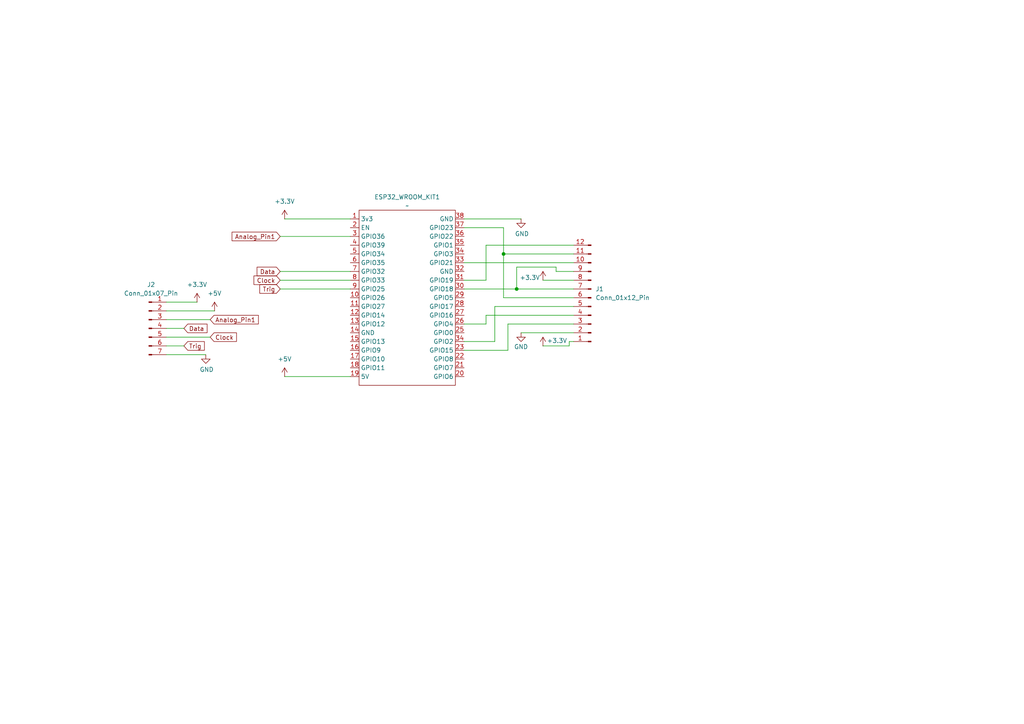
<source format=kicad_sch>
(kicad_sch
	(version 20231120)
	(generator "eeschema")
	(generator_version "8.0")
	(uuid "eff6fa20-5234-4050-97e2-50c0f1200604")
	(paper "A4")
	(lib_symbols
		(symbol "Connector:Conn_01x07_Pin"
			(pin_names
				(offset 1.016) hide)
			(exclude_from_sim no)
			(in_bom yes)
			(on_board yes)
			(property "Reference" "J"
				(at 0 10.16 0)
				(effects
					(font
						(size 1.27 1.27)
					)
				)
			)
			(property "Value" "Conn_01x07_Pin"
				(at 0 -10.16 0)
				(effects
					(font
						(size 1.27 1.27)
					)
				)
			)
			(property "Footprint" ""
				(at 0 0 0)
				(effects
					(font
						(size 1.27 1.27)
					)
					(hide yes)
				)
			)
			(property "Datasheet" "~"
				(at 0 0 0)
				(effects
					(font
						(size 1.27 1.27)
					)
					(hide yes)
				)
			)
			(property "Description" "Generic connector, single row, 01x07, script generated"
				(at 0 0 0)
				(effects
					(font
						(size 1.27 1.27)
					)
					(hide yes)
				)
			)
			(property "ki_locked" ""
				(at 0 0 0)
				(effects
					(font
						(size 1.27 1.27)
					)
				)
			)
			(property "ki_keywords" "connector"
				(at 0 0 0)
				(effects
					(font
						(size 1.27 1.27)
					)
					(hide yes)
				)
			)
			(property "ki_fp_filters" "Connector*:*_1x??_*"
				(at 0 0 0)
				(effects
					(font
						(size 1.27 1.27)
					)
					(hide yes)
				)
			)
			(symbol "Conn_01x07_Pin_1_1"
				(polyline
					(pts
						(xy 1.27 -7.62) (xy 0.8636 -7.62)
					)
					(stroke
						(width 0.1524)
						(type default)
					)
					(fill
						(type none)
					)
				)
				(polyline
					(pts
						(xy 1.27 -5.08) (xy 0.8636 -5.08)
					)
					(stroke
						(width 0.1524)
						(type default)
					)
					(fill
						(type none)
					)
				)
				(polyline
					(pts
						(xy 1.27 -2.54) (xy 0.8636 -2.54)
					)
					(stroke
						(width 0.1524)
						(type default)
					)
					(fill
						(type none)
					)
				)
				(polyline
					(pts
						(xy 1.27 0) (xy 0.8636 0)
					)
					(stroke
						(width 0.1524)
						(type default)
					)
					(fill
						(type none)
					)
				)
				(polyline
					(pts
						(xy 1.27 2.54) (xy 0.8636 2.54)
					)
					(stroke
						(width 0.1524)
						(type default)
					)
					(fill
						(type none)
					)
				)
				(polyline
					(pts
						(xy 1.27 5.08) (xy 0.8636 5.08)
					)
					(stroke
						(width 0.1524)
						(type default)
					)
					(fill
						(type none)
					)
				)
				(polyline
					(pts
						(xy 1.27 7.62) (xy 0.8636 7.62)
					)
					(stroke
						(width 0.1524)
						(type default)
					)
					(fill
						(type none)
					)
				)
				(rectangle
					(start 0.8636 -7.493)
					(end 0 -7.747)
					(stroke
						(width 0.1524)
						(type default)
					)
					(fill
						(type outline)
					)
				)
				(rectangle
					(start 0.8636 -4.953)
					(end 0 -5.207)
					(stroke
						(width 0.1524)
						(type default)
					)
					(fill
						(type outline)
					)
				)
				(rectangle
					(start 0.8636 -2.413)
					(end 0 -2.667)
					(stroke
						(width 0.1524)
						(type default)
					)
					(fill
						(type outline)
					)
				)
				(rectangle
					(start 0.8636 0.127)
					(end 0 -0.127)
					(stroke
						(width 0.1524)
						(type default)
					)
					(fill
						(type outline)
					)
				)
				(rectangle
					(start 0.8636 2.667)
					(end 0 2.413)
					(stroke
						(width 0.1524)
						(type default)
					)
					(fill
						(type outline)
					)
				)
				(rectangle
					(start 0.8636 5.207)
					(end 0 4.953)
					(stroke
						(width 0.1524)
						(type default)
					)
					(fill
						(type outline)
					)
				)
				(rectangle
					(start 0.8636 7.747)
					(end 0 7.493)
					(stroke
						(width 0.1524)
						(type default)
					)
					(fill
						(type outline)
					)
				)
				(pin passive line
					(at 5.08 7.62 180)
					(length 3.81)
					(name "Pin_1"
						(effects
							(font
								(size 1.27 1.27)
							)
						)
					)
					(number "1"
						(effects
							(font
								(size 1.27 1.27)
							)
						)
					)
				)
				(pin passive line
					(at 5.08 5.08 180)
					(length 3.81)
					(name "Pin_2"
						(effects
							(font
								(size 1.27 1.27)
							)
						)
					)
					(number "2"
						(effects
							(font
								(size 1.27 1.27)
							)
						)
					)
				)
				(pin passive line
					(at 5.08 2.54 180)
					(length 3.81)
					(name "Pin_3"
						(effects
							(font
								(size 1.27 1.27)
							)
						)
					)
					(number "3"
						(effects
							(font
								(size 1.27 1.27)
							)
						)
					)
				)
				(pin passive line
					(at 5.08 0 180)
					(length 3.81)
					(name "Pin_4"
						(effects
							(font
								(size 1.27 1.27)
							)
						)
					)
					(number "4"
						(effects
							(font
								(size 1.27 1.27)
							)
						)
					)
				)
				(pin passive line
					(at 5.08 -2.54 180)
					(length 3.81)
					(name "Pin_5"
						(effects
							(font
								(size 1.27 1.27)
							)
						)
					)
					(number "5"
						(effects
							(font
								(size 1.27 1.27)
							)
						)
					)
				)
				(pin passive line
					(at 5.08 -5.08 180)
					(length 3.81)
					(name "Pin_6"
						(effects
							(font
								(size 1.27 1.27)
							)
						)
					)
					(number "6"
						(effects
							(font
								(size 1.27 1.27)
							)
						)
					)
				)
				(pin passive line
					(at 5.08 -7.62 180)
					(length 3.81)
					(name "Pin_7"
						(effects
							(font
								(size 1.27 1.27)
							)
						)
					)
					(number "7"
						(effects
							(font
								(size 1.27 1.27)
							)
						)
					)
				)
			)
		)
		(symbol "Connector:Conn_01x12_Pin"
			(pin_names
				(offset 1.016) hide)
			(exclude_from_sim no)
			(in_bom yes)
			(on_board yes)
			(property "Reference" "J"
				(at 0 15.24 0)
				(effects
					(font
						(size 1.27 1.27)
					)
				)
			)
			(property "Value" "Conn_01x12_Pin"
				(at 0 -17.78 0)
				(effects
					(font
						(size 1.27 1.27)
					)
				)
			)
			(property "Footprint" ""
				(at 0 0 0)
				(effects
					(font
						(size 1.27 1.27)
					)
					(hide yes)
				)
			)
			(property "Datasheet" "~"
				(at 0 0 0)
				(effects
					(font
						(size 1.27 1.27)
					)
					(hide yes)
				)
			)
			(property "Description" "Generic connector, single row, 01x12, script generated"
				(at 0 0 0)
				(effects
					(font
						(size 1.27 1.27)
					)
					(hide yes)
				)
			)
			(property "ki_locked" ""
				(at 0 0 0)
				(effects
					(font
						(size 1.27 1.27)
					)
				)
			)
			(property "ki_keywords" "connector"
				(at 0 0 0)
				(effects
					(font
						(size 1.27 1.27)
					)
					(hide yes)
				)
			)
			(property "ki_fp_filters" "Connector*:*_1x??_*"
				(at 0 0 0)
				(effects
					(font
						(size 1.27 1.27)
					)
					(hide yes)
				)
			)
			(symbol "Conn_01x12_Pin_1_1"
				(polyline
					(pts
						(xy 1.27 -15.24) (xy 0.8636 -15.24)
					)
					(stroke
						(width 0.1524)
						(type default)
					)
					(fill
						(type none)
					)
				)
				(polyline
					(pts
						(xy 1.27 -12.7) (xy 0.8636 -12.7)
					)
					(stroke
						(width 0.1524)
						(type default)
					)
					(fill
						(type none)
					)
				)
				(polyline
					(pts
						(xy 1.27 -10.16) (xy 0.8636 -10.16)
					)
					(stroke
						(width 0.1524)
						(type default)
					)
					(fill
						(type none)
					)
				)
				(polyline
					(pts
						(xy 1.27 -7.62) (xy 0.8636 -7.62)
					)
					(stroke
						(width 0.1524)
						(type default)
					)
					(fill
						(type none)
					)
				)
				(polyline
					(pts
						(xy 1.27 -5.08) (xy 0.8636 -5.08)
					)
					(stroke
						(width 0.1524)
						(type default)
					)
					(fill
						(type none)
					)
				)
				(polyline
					(pts
						(xy 1.27 -2.54) (xy 0.8636 -2.54)
					)
					(stroke
						(width 0.1524)
						(type default)
					)
					(fill
						(type none)
					)
				)
				(polyline
					(pts
						(xy 1.27 0) (xy 0.8636 0)
					)
					(stroke
						(width 0.1524)
						(type default)
					)
					(fill
						(type none)
					)
				)
				(polyline
					(pts
						(xy 1.27 2.54) (xy 0.8636 2.54)
					)
					(stroke
						(width 0.1524)
						(type default)
					)
					(fill
						(type none)
					)
				)
				(polyline
					(pts
						(xy 1.27 5.08) (xy 0.8636 5.08)
					)
					(stroke
						(width 0.1524)
						(type default)
					)
					(fill
						(type none)
					)
				)
				(polyline
					(pts
						(xy 1.27 7.62) (xy 0.8636 7.62)
					)
					(stroke
						(width 0.1524)
						(type default)
					)
					(fill
						(type none)
					)
				)
				(polyline
					(pts
						(xy 1.27 10.16) (xy 0.8636 10.16)
					)
					(stroke
						(width 0.1524)
						(type default)
					)
					(fill
						(type none)
					)
				)
				(polyline
					(pts
						(xy 1.27 12.7) (xy 0.8636 12.7)
					)
					(stroke
						(width 0.1524)
						(type default)
					)
					(fill
						(type none)
					)
				)
				(rectangle
					(start 0.8636 -15.113)
					(end 0 -15.367)
					(stroke
						(width 0.1524)
						(type default)
					)
					(fill
						(type outline)
					)
				)
				(rectangle
					(start 0.8636 -12.573)
					(end 0 -12.827)
					(stroke
						(width 0.1524)
						(type default)
					)
					(fill
						(type outline)
					)
				)
				(rectangle
					(start 0.8636 -10.033)
					(end 0 -10.287)
					(stroke
						(width 0.1524)
						(type default)
					)
					(fill
						(type outline)
					)
				)
				(rectangle
					(start 0.8636 -7.493)
					(end 0 -7.747)
					(stroke
						(width 0.1524)
						(type default)
					)
					(fill
						(type outline)
					)
				)
				(rectangle
					(start 0.8636 -4.953)
					(end 0 -5.207)
					(stroke
						(width 0.1524)
						(type default)
					)
					(fill
						(type outline)
					)
				)
				(rectangle
					(start 0.8636 -2.413)
					(end 0 -2.667)
					(stroke
						(width 0.1524)
						(type default)
					)
					(fill
						(type outline)
					)
				)
				(rectangle
					(start 0.8636 0.127)
					(end 0 -0.127)
					(stroke
						(width 0.1524)
						(type default)
					)
					(fill
						(type outline)
					)
				)
				(rectangle
					(start 0.8636 2.667)
					(end 0 2.413)
					(stroke
						(width 0.1524)
						(type default)
					)
					(fill
						(type outline)
					)
				)
				(rectangle
					(start 0.8636 5.207)
					(end 0 4.953)
					(stroke
						(width 0.1524)
						(type default)
					)
					(fill
						(type outline)
					)
				)
				(rectangle
					(start 0.8636 7.747)
					(end 0 7.493)
					(stroke
						(width 0.1524)
						(type default)
					)
					(fill
						(type outline)
					)
				)
				(rectangle
					(start 0.8636 10.287)
					(end 0 10.033)
					(stroke
						(width 0.1524)
						(type default)
					)
					(fill
						(type outline)
					)
				)
				(rectangle
					(start 0.8636 12.827)
					(end 0 12.573)
					(stroke
						(width 0.1524)
						(type default)
					)
					(fill
						(type outline)
					)
				)
				(pin passive line
					(at 5.08 12.7 180)
					(length 3.81)
					(name "Pin_1"
						(effects
							(font
								(size 1.27 1.27)
							)
						)
					)
					(number "1"
						(effects
							(font
								(size 1.27 1.27)
							)
						)
					)
				)
				(pin passive line
					(at 5.08 -10.16 180)
					(length 3.81)
					(name "Pin_10"
						(effects
							(font
								(size 1.27 1.27)
							)
						)
					)
					(number "10"
						(effects
							(font
								(size 1.27 1.27)
							)
						)
					)
				)
				(pin passive line
					(at 5.08 -12.7 180)
					(length 3.81)
					(name "Pin_11"
						(effects
							(font
								(size 1.27 1.27)
							)
						)
					)
					(number "11"
						(effects
							(font
								(size 1.27 1.27)
							)
						)
					)
				)
				(pin passive line
					(at 5.08 -15.24 180)
					(length 3.81)
					(name "Pin_12"
						(effects
							(font
								(size 1.27 1.27)
							)
						)
					)
					(number "12"
						(effects
							(font
								(size 1.27 1.27)
							)
						)
					)
				)
				(pin passive line
					(at 5.08 10.16 180)
					(length 3.81)
					(name "Pin_2"
						(effects
							(font
								(size 1.27 1.27)
							)
						)
					)
					(number "2"
						(effects
							(font
								(size 1.27 1.27)
							)
						)
					)
				)
				(pin passive line
					(at 5.08 7.62 180)
					(length 3.81)
					(name "Pin_3"
						(effects
							(font
								(size 1.27 1.27)
							)
						)
					)
					(number "3"
						(effects
							(font
								(size 1.27 1.27)
							)
						)
					)
				)
				(pin passive line
					(at 5.08 5.08 180)
					(length 3.81)
					(name "Pin_4"
						(effects
							(font
								(size 1.27 1.27)
							)
						)
					)
					(number "4"
						(effects
							(font
								(size 1.27 1.27)
							)
						)
					)
				)
				(pin passive line
					(at 5.08 2.54 180)
					(length 3.81)
					(name "Pin_5"
						(effects
							(font
								(size 1.27 1.27)
							)
						)
					)
					(number "5"
						(effects
							(font
								(size 1.27 1.27)
							)
						)
					)
				)
				(pin passive line
					(at 5.08 0 180)
					(length 3.81)
					(name "Pin_6"
						(effects
							(font
								(size 1.27 1.27)
							)
						)
					)
					(number "6"
						(effects
							(font
								(size 1.27 1.27)
							)
						)
					)
				)
				(pin passive line
					(at 5.08 -2.54 180)
					(length 3.81)
					(name "Pin_7"
						(effects
							(font
								(size 1.27 1.27)
							)
						)
					)
					(number "7"
						(effects
							(font
								(size 1.27 1.27)
							)
						)
					)
				)
				(pin passive line
					(at 5.08 -5.08 180)
					(length 3.81)
					(name "Pin_8"
						(effects
							(font
								(size 1.27 1.27)
							)
						)
					)
					(number "8"
						(effects
							(font
								(size 1.27 1.27)
							)
						)
					)
				)
				(pin passive line
					(at 5.08 -7.62 180)
					(length 3.81)
					(name "Pin_9"
						(effects
							(font
								(size 1.27 1.27)
							)
						)
					)
					(number "9"
						(effects
							(font
								(size 1.27 1.27)
							)
						)
					)
				)
			)
		)
		(symbol "MyEsp32_Library:Esp32_38pin"
			(exclude_from_sim no)
			(in_bom yes)
			(on_board yes)
			(property "Reference" "ESP32_WROOM_KIT"
				(at 0.254 14.478 0)
				(effects
					(font
						(size 1.27 1.27)
					)
				)
			)
			(property "Value" ""
				(at 0 0 0)
				(effects
					(font
						(size 1.27 1.27)
					)
				)
			)
			(property "Footprint" ""
				(at 0 0 0)
				(effects
					(font
						(size 1.27 1.27)
					)
					(hide yes)
				)
			)
			(property "Datasheet" ""
				(at 0 0 0)
				(effects
					(font
						(size 1.27 1.27)
					)
					(hide yes)
				)
			)
			(property "Description" ""
				(at 0 0 0)
				(effects
					(font
						(size 1.27 1.27)
					)
					(hide yes)
				)
			)
			(symbol "Esp32_38pin_0_1"
				(rectangle
					(start -13.97 12.7)
					(end 13.97 -38.1)
					(stroke
						(width 0)
						(type default)
					)
					(fill
						(type none)
					)
				)
			)
			(symbol "Esp32_38pin_1_1"
				(pin power_in line
					(at -16.51 10.16 0)
					(length 2.54)
					(name "3v3"
						(effects
							(font
								(size 1.27 1.27)
							)
						)
					)
					(number "1"
						(effects
							(font
								(size 1.27 1.27)
							)
						)
					)
				)
				(pin bidirectional line
					(at -16.51 -12.7 0)
					(length 2.54)
					(name "GPIO26"
						(effects
							(font
								(size 1.27 1.27)
							)
						)
					)
					(number "10"
						(effects
							(font
								(size 1.27 1.27)
							)
						)
					)
				)
				(pin bidirectional line
					(at -16.51 -15.24 0)
					(length 2.54)
					(name "GPIO27"
						(effects
							(font
								(size 1.27 1.27)
							)
						)
					)
					(number "11"
						(effects
							(font
								(size 1.27 1.27)
							)
						)
					)
				)
				(pin bidirectional line
					(at -16.51 -17.78 0)
					(length 2.54)
					(name "GPIO14"
						(effects
							(font
								(size 1.27 1.27)
							)
						)
					)
					(number "12"
						(effects
							(font
								(size 1.27 1.27)
							)
						)
					)
				)
				(pin bidirectional line
					(at -16.51 -20.32 0)
					(length 2.54)
					(name "GPIO12"
						(effects
							(font
								(size 1.27 1.27)
							)
						)
					)
					(number "13"
						(effects
							(font
								(size 1.27 1.27)
							)
						)
					)
				)
				(pin power_out line
					(at -16.51 -22.86 0)
					(length 2.54)
					(name "GND"
						(effects
							(font
								(size 1.27 1.27)
							)
						)
					)
					(number "14"
						(effects
							(font
								(size 1.27 1.27)
							)
						)
					)
				)
				(pin bidirectional line
					(at -16.51 -25.4 0)
					(length 2.54)
					(name "GPIO13"
						(effects
							(font
								(size 1.27 1.27)
							)
						)
					)
					(number "15"
						(effects
							(font
								(size 1.27 1.27)
							)
						)
					)
				)
				(pin bidirectional line
					(at -16.51 -27.94 0)
					(length 2.54)
					(name "GPIO9"
						(effects
							(font
								(size 1.27 1.27)
							)
						)
					)
					(number "16"
						(effects
							(font
								(size 1.27 1.27)
							)
						)
					)
				)
				(pin bidirectional line
					(at -16.51 -30.48 0)
					(length 2.54)
					(name "GPIO10"
						(effects
							(font
								(size 1.27 1.27)
							)
						)
					)
					(number "17"
						(effects
							(font
								(size 1.27 1.27)
							)
						)
					)
				)
				(pin bidirectional line
					(at -16.51 -33.02 0)
					(length 2.54)
					(name "GPIO11"
						(effects
							(font
								(size 1.27 1.27)
							)
						)
					)
					(number "18"
						(effects
							(font
								(size 1.27 1.27)
							)
						)
					)
				)
				(pin power_in line
					(at -16.51 -35.56 0)
					(length 2.54)
					(name "5V"
						(effects
							(font
								(size 1.27 1.27)
							)
						)
					)
					(number "19"
						(effects
							(font
								(size 1.27 1.27)
							)
						)
					)
				)
				(pin unspecified line
					(at -16.51 7.62 0)
					(length 2.54)
					(name "EN"
						(effects
							(font
								(size 1.27 1.27)
							)
						)
					)
					(number "2"
						(effects
							(font
								(size 1.27 1.27)
							)
						)
					)
				)
				(pin bidirectional line
					(at 16.51 -35.56 180)
					(length 2.54)
					(name "GPIO6"
						(effects
							(font
								(size 1.27 1.27)
							)
						)
					)
					(number "20"
						(effects
							(font
								(size 1.27 1.27)
							)
						)
					)
				)
				(pin bidirectional line
					(at 16.51 -33.02 180)
					(length 2.54)
					(name "GPIO7"
						(effects
							(font
								(size 1.27 1.27)
							)
						)
					)
					(number "21"
						(effects
							(font
								(size 1.27 1.27)
							)
						)
					)
				)
				(pin bidirectional line
					(at 16.51 -30.48 180)
					(length 2.54)
					(name "GPIO8"
						(effects
							(font
								(size 1.27 1.27)
							)
						)
					)
					(number "22"
						(effects
							(font
								(size 1.27 1.27)
							)
						)
					)
				)
				(pin bidirectional line
					(at 16.51 -27.94 180)
					(length 2.54)
					(name "GPIO15"
						(effects
							(font
								(size 1.27 1.27)
							)
						)
					)
					(number "23"
						(effects
							(font
								(size 1.27 1.27)
							)
						)
					)
				)
				(pin bidirectional line
					(at 16.51 -22.86 180)
					(length 2.54)
					(name "GPIO0"
						(effects
							(font
								(size 1.27 1.27)
							)
						)
					)
					(number "25"
						(effects
							(font
								(size 1.27 1.27)
							)
						)
					)
				)
				(pin bidirectional line
					(at 16.51 -20.32 180)
					(length 2.54)
					(name "GPIO4"
						(effects
							(font
								(size 1.27 1.27)
							)
						)
					)
					(number "26"
						(effects
							(font
								(size 1.27 1.27)
							)
						)
					)
				)
				(pin bidirectional line
					(at 16.51 -17.78 180)
					(length 2.54)
					(name "GPIO16"
						(effects
							(font
								(size 1.27 1.27)
							)
						)
					)
					(number "27"
						(effects
							(font
								(size 1.27 1.27)
							)
						)
					)
				)
				(pin bidirectional line
					(at 16.51 -15.24 180)
					(length 2.54)
					(name "GPIO17"
						(effects
							(font
								(size 1.27 1.27)
							)
						)
					)
					(number "28"
						(effects
							(font
								(size 1.27 1.27)
							)
						)
					)
				)
				(pin bidirectional line
					(at 16.51 -12.7 180)
					(length 2.54)
					(name "GPIO5"
						(effects
							(font
								(size 1.27 1.27)
							)
						)
					)
					(number "29"
						(effects
							(font
								(size 1.27 1.27)
							)
						)
					)
				)
				(pin input line
					(at -16.51 5.08 0)
					(length 2.54)
					(name "GPIO36"
						(effects
							(font
								(size 1.27 1.27)
							)
						)
					)
					(number "3"
						(effects
							(font
								(size 1.27 1.27)
							)
						)
					)
				)
				(pin bidirectional line
					(at 16.51 -10.16 180)
					(length 2.54)
					(name "GPIO18"
						(effects
							(font
								(size 1.27 1.27)
							)
						)
					)
					(number "30"
						(effects
							(font
								(size 1.27 1.27)
							)
						)
					)
				)
				(pin bidirectional line
					(at 16.51 -7.62 180)
					(length 2.54)
					(name "GPIO19"
						(effects
							(font
								(size 1.27 1.27)
							)
						)
					)
					(number "31"
						(effects
							(font
								(size 1.27 1.27)
							)
						)
					)
				)
				(pin power_out line
					(at 16.51 -5.08 180)
					(length 2.54)
					(name "GND"
						(effects
							(font
								(size 1.27 1.27)
							)
						)
					)
					(number "32"
						(effects
							(font
								(size 1.27 1.27)
							)
						)
					)
				)
				(pin bidirectional line
					(at 16.51 -2.54 180)
					(length 2.54)
					(name "GPIO21"
						(effects
							(font
								(size 1.27 1.27)
							)
						)
					)
					(number "33"
						(effects
							(font
								(size 1.27 1.27)
							)
						)
					)
				)
				(pin bidirectional line
					(at 16.51 -25.4 180)
					(length 2.54)
					(name "GPIO2"
						(effects
							(font
								(size 1.27 1.27)
							)
						)
					)
					(number "34"
						(effects
							(font
								(size 1.27 1.27)
							)
						)
					)
				)
				(pin bidirectional line
					(at 16.51 0 180)
					(length 2.54)
					(name "GPIO3"
						(effects
							(font
								(size 1.27 1.27)
							)
						)
					)
					(number "34"
						(effects
							(font
								(size 1.27 1.27)
							)
						)
					)
				)
				(pin bidirectional line
					(at 16.51 2.54 180)
					(length 2.54)
					(name "GPIO1"
						(effects
							(font
								(size 1.27 1.27)
							)
						)
					)
					(number "35"
						(effects
							(font
								(size 1.27 1.27)
							)
						)
					)
				)
				(pin bidirectional line
					(at 16.51 5.08 180)
					(length 2.54)
					(name "GPIO22"
						(effects
							(font
								(size 1.27 1.27)
							)
						)
					)
					(number "36"
						(effects
							(font
								(size 1.27 1.27)
							)
						)
					)
				)
				(pin bidirectional line
					(at 16.51 7.62 180)
					(length 2.54)
					(name "GPIO23"
						(effects
							(font
								(size 1.27 1.27)
							)
						)
					)
					(number "37"
						(effects
							(font
								(size 1.27 1.27)
							)
						)
					)
				)
				(pin power_out line
					(at 16.51 10.16 180)
					(length 2.54)
					(name "GND"
						(effects
							(font
								(size 1.27 1.27)
							)
						)
					)
					(number "38"
						(effects
							(font
								(size 1.27 1.27)
							)
						)
					)
				)
				(pin input line
					(at -16.51 2.54 0)
					(length 2.54)
					(name "GPIO39"
						(effects
							(font
								(size 1.27 1.27)
							)
						)
					)
					(number "4"
						(effects
							(font
								(size 1.27 1.27)
							)
						)
					)
				)
				(pin input line
					(at -16.51 0 0)
					(length 2.54)
					(name "GPIO34"
						(effects
							(font
								(size 1.27 1.27)
							)
						)
					)
					(number "5"
						(effects
							(font
								(size 1.27 1.27)
							)
						)
					)
				)
				(pin input line
					(at -16.51 -2.54 0)
					(length 2.54)
					(name "GPIO35"
						(effects
							(font
								(size 1.27 1.27)
							)
						)
					)
					(number "6"
						(effects
							(font
								(size 1.27 1.27)
							)
						)
					)
				)
				(pin bidirectional line
					(at -16.51 -5.08 0)
					(length 2.54)
					(name "GPIO32"
						(effects
							(font
								(size 1.27 1.27)
							)
						)
					)
					(number "7"
						(effects
							(font
								(size 1.27 1.27)
							)
						)
					)
				)
				(pin bidirectional line
					(at -16.51 -7.62 0)
					(length 2.54)
					(name "GPIO33"
						(effects
							(font
								(size 1.27 1.27)
							)
						)
					)
					(number "8"
						(effects
							(font
								(size 1.27 1.27)
							)
						)
					)
				)
				(pin bidirectional line
					(at -16.51 -10.16 0)
					(length 2.54)
					(name "GPIO25"
						(effects
							(font
								(size 1.27 1.27)
							)
						)
					)
					(number "9"
						(effects
							(font
								(size 1.27 1.27)
							)
						)
					)
				)
			)
		)
		(symbol "power:+3.3V"
			(power)
			(pin_numbers hide)
			(pin_names
				(offset 0) hide)
			(exclude_from_sim no)
			(in_bom yes)
			(on_board yes)
			(property "Reference" "#PWR"
				(at 0 -3.81 0)
				(effects
					(font
						(size 1.27 1.27)
					)
					(hide yes)
				)
			)
			(property "Value" "+3.3V"
				(at 0 3.556 0)
				(effects
					(font
						(size 1.27 1.27)
					)
				)
			)
			(property "Footprint" ""
				(at 0 0 0)
				(effects
					(font
						(size 1.27 1.27)
					)
					(hide yes)
				)
			)
			(property "Datasheet" ""
				(at 0 0 0)
				(effects
					(font
						(size 1.27 1.27)
					)
					(hide yes)
				)
			)
			(property "Description" "Power symbol creates a global label with name \"+3.3V\""
				(at 0 0 0)
				(effects
					(font
						(size 1.27 1.27)
					)
					(hide yes)
				)
			)
			(property "ki_keywords" "global power"
				(at 0 0 0)
				(effects
					(font
						(size 1.27 1.27)
					)
					(hide yes)
				)
			)
			(symbol "+3.3V_0_1"
				(polyline
					(pts
						(xy -0.762 1.27) (xy 0 2.54)
					)
					(stroke
						(width 0)
						(type default)
					)
					(fill
						(type none)
					)
				)
				(polyline
					(pts
						(xy 0 0) (xy 0 2.54)
					)
					(stroke
						(width 0)
						(type default)
					)
					(fill
						(type none)
					)
				)
				(polyline
					(pts
						(xy 0 2.54) (xy 0.762 1.27)
					)
					(stroke
						(width 0)
						(type default)
					)
					(fill
						(type none)
					)
				)
			)
			(symbol "+3.3V_1_1"
				(pin power_in line
					(at 0 0 90)
					(length 0)
					(name "~"
						(effects
							(font
								(size 1.27 1.27)
							)
						)
					)
					(number "1"
						(effects
							(font
								(size 1.27 1.27)
							)
						)
					)
				)
			)
		)
		(symbol "power:+5V"
			(power)
			(pin_numbers hide)
			(pin_names
				(offset 0) hide)
			(exclude_from_sim no)
			(in_bom yes)
			(on_board yes)
			(property "Reference" "#PWR"
				(at 0 -3.81 0)
				(effects
					(font
						(size 1.27 1.27)
					)
					(hide yes)
				)
			)
			(property "Value" "+5V"
				(at 0 3.556 0)
				(effects
					(font
						(size 1.27 1.27)
					)
				)
			)
			(property "Footprint" ""
				(at 0 0 0)
				(effects
					(font
						(size 1.27 1.27)
					)
					(hide yes)
				)
			)
			(property "Datasheet" ""
				(at 0 0 0)
				(effects
					(font
						(size 1.27 1.27)
					)
					(hide yes)
				)
			)
			(property "Description" "Power symbol creates a global label with name \"+5V\""
				(at 0 0 0)
				(effects
					(font
						(size 1.27 1.27)
					)
					(hide yes)
				)
			)
			(property "ki_keywords" "global power"
				(at 0 0 0)
				(effects
					(font
						(size 1.27 1.27)
					)
					(hide yes)
				)
			)
			(symbol "+5V_0_1"
				(polyline
					(pts
						(xy -0.762 1.27) (xy 0 2.54)
					)
					(stroke
						(width 0)
						(type default)
					)
					(fill
						(type none)
					)
				)
				(polyline
					(pts
						(xy 0 0) (xy 0 2.54)
					)
					(stroke
						(width 0)
						(type default)
					)
					(fill
						(type none)
					)
				)
				(polyline
					(pts
						(xy 0 2.54) (xy 0.762 1.27)
					)
					(stroke
						(width 0)
						(type default)
					)
					(fill
						(type none)
					)
				)
			)
			(symbol "+5V_1_1"
				(pin power_in line
					(at 0 0 90)
					(length 0)
					(name "~"
						(effects
							(font
								(size 1.27 1.27)
							)
						)
					)
					(number "1"
						(effects
							(font
								(size 1.27 1.27)
							)
						)
					)
				)
			)
		)
		(symbol "power:GND"
			(power)
			(pin_numbers hide)
			(pin_names
				(offset 0) hide)
			(exclude_from_sim no)
			(in_bom yes)
			(on_board yes)
			(property "Reference" "#PWR"
				(at 0 -6.35 0)
				(effects
					(font
						(size 1.27 1.27)
					)
					(hide yes)
				)
			)
			(property "Value" "GND"
				(at 0 -3.81 0)
				(effects
					(font
						(size 1.27 1.27)
					)
				)
			)
			(property "Footprint" ""
				(at 0 0 0)
				(effects
					(font
						(size 1.27 1.27)
					)
					(hide yes)
				)
			)
			(property "Datasheet" ""
				(at 0 0 0)
				(effects
					(font
						(size 1.27 1.27)
					)
					(hide yes)
				)
			)
			(property "Description" "Power symbol creates a global label with name \"GND\" , ground"
				(at 0 0 0)
				(effects
					(font
						(size 1.27 1.27)
					)
					(hide yes)
				)
			)
			(property "ki_keywords" "global power"
				(at 0 0 0)
				(effects
					(font
						(size 1.27 1.27)
					)
					(hide yes)
				)
			)
			(symbol "GND_0_1"
				(polyline
					(pts
						(xy 0 0) (xy 0 -1.27) (xy 1.27 -1.27) (xy 0 -2.54) (xy -1.27 -1.27) (xy 0 -1.27)
					)
					(stroke
						(width 0)
						(type default)
					)
					(fill
						(type none)
					)
				)
			)
			(symbol "GND_1_1"
				(pin power_in line
					(at 0 0 270)
					(length 0)
					(name "~"
						(effects
							(font
								(size 1.27 1.27)
							)
						)
					)
					(number "1"
						(effects
							(font
								(size 1.27 1.27)
							)
						)
					)
				)
			)
		)
	)
	(junction
		(at 149.86 83.82)
		(diameter 0)
		(color 0 0 0 0)
		(uuid "1e40c27b-07e1-42fd-8599-fdd6b8dcc2d2")
	)
	(junction
		(at 146.05 73.66)
		(diameter 0)
		(color 0 0 0 0)
		(uuid "8acc0c8d-2a7a-4f54-bb10-1453c3a3f105")
	)
	(wire
		(pts
			(xy 140.97 91.44) (xy 166.37 91.44)
		)
		(stroke
			(width 0)
			(type default)
		)
		(uuid "02bf6e3b-9e2a-4dff-990c-252adfe501d8")
	)
	(wire
		(pts
			(xy 82.55 63.5) (xy 101.6 63.5)
		)
		(stroke
			(width 0)
			(type default)
		)
		(uuid "02e52f23-63d2-46fc-b8de-8c133e41a3b6")
	)
	(wire
		(pts
			(xy 146.05 73.66) (xy 146.05 86.36)
		)
		(stroke
			(width 0)
			(type default)
		)
		(uuid "046f38d4-05aa-4a31-9954-bde9f54bd1db")
	)
	(wire
		(pts
			(xy 48.26 95.25) (xy 53.34 95.25)
		)
		(stroke
			(width 0)
			(type default)
		)
		(uuid "0b4d5199-f153-4c32-ad91-9af9d0a3d787")
	)
	(wire
		(pts
			(xy 101.6 78.74) (xy 81.28 78.74)
		)
		(stroke
			(width 0)
			(type default)
		)
		(uuid "14b4e1c0-0c7f-4533-8e7d-71183f7edb7b")
	)
	(wire
		(pts
			(xy 134.62 93.98) (xy 140.97 93.98)
		)
		(stroke
			(width 0)
			(type default)
		)
		(uuid "14d6c4fa-4289-4aa1-93f7-8bd776b28406")
	)
	(wire
		(pts
			(xy 48.26 100.33) (xy 53.34 100.33)
		)
		(stroke
			(width 0)
			(type default)
		)
		(uuid "1bd929af-17ac-4b17-abe3-b90ba0561894")
	)
	(wire
		(pts
			(xy 48.26 92.71) (xy 60.96 92.71)
		)
		(stroke
			(width 0)
			(type default)
		)
		(uuid "2937db39-8591-45a8-9b82-15b6a7680aaa")
	)
	(wire
		(pts
			(xy 134.62 76.2) (xy 166.37 76.2)
		)
		(stroke
			(width 0)
			(type default)
		)
		(uuid "38b2fb1c-4e84-4539-a833-5fd1bc1b2ae8")
	)
	(wire
		(pts
			(xy 147.32 101.6) (xy 147.32 93.98)
		)
		(stroke
			(width 0)
			(type default)
		)
		(uuid "3bb0d7cb-d4df-43d2-aba6-30bf5da565ab")
	)
	(wire
		(pts
			(xy 81.28 83.82) (xy 101.6 83.82)
		)
		(stroke
			(width 0)
			(type default)
		)
		(uuid "3ee6aedc-f7c3-448a-a52a-2fa032726ec7")
	)
	(wire
		(pts
			(xy 101.6 68.58) (xy 81.28 68.58)
		)
		(stroke
			(width 0)
			(type default)
		)
		(uuid "4e19d7a9-244f-4867-8fe3-3ca8440ecd8d")
	)
	(wire
		(pts
			(xy 151.13 96.52) (xy 166.37 96.52)
		)
		(stroke
			(width 0)
			(type default)
		)
		(uuid "636652fc-16b2-4d7c-8772-5f6771ed0a9c")
	)
	(wire
		(pts
			(xy 146.05 73.66) (xy 166.37 73.66)
		)
		(stroke
			(width 0)
			(type default)
		)
		(uuid "64692942-ba1f-461a-a746-ecce1d6ce592")
	)
	(wire
		(pts
			(xy 140.97 71.12) (xy 140.97 81.28)
		)
		(stroke
			(width 0)
			(type default)
		)
		(uuid "65d1fccd-9165-422a-aa2b-089bab59209a")
	)
	(wire
		(pts
			(xy 149.86 77.47) (xy 149.86 83.82)
		)
		(stroke
			(width 0)
			(type default)
		)
		(uuid "695f7e57-37e7-43ae-9bce-a5adb8cf1152")
	)
	(wire
		(pts
			(xy 166.37 71.12) (xy 140.97 71.12)
		)
		(stroke
			(width 0)
			(type default)
		)
		(uuid "69acd75f-1386-40c9-8419-a6bc03e52f79")
	)
	(wire
		(pts
			(xy 147.32 93.98) (xy 166.37 93.98)
		)
		(stroke
			(width 0)
			(type default)
		)
		(uuid "6ae8c76e-bddb-4777-aab6-c94a1018c346")
	)
	(wire
		(pts
			(xy 143.51 88.9) (xy 143.51 99.06)
		)
		(stroke
			(width 0)
			(type default)
		)
		(uuid "7cb83f5e-a7d7-4472-9815-982208eb4182")
	)
	(wire
		(pts
			(xy 143.51 99.06) (xy 134.62 99.06)
		)
		(stroke
			(width 0)
			(type default)
		)
		(uuid "7f249fa2-796d-42d9-8872-b023b27e64d5")
	)
	(wire
		(pts
			(xy 48.26 97.79) (xy 60.96 97.79)
		)
		(stroke
			(width 0)
			(type default)
		)
		(uuid "926547cd-ff4d-47af-ac39-ac85f221d411")
	)
	(wire
		(pts
			(xy 165.1 100.33) (xy 165.1 99.06)
		)
		(stroke
			(width 0)
			(type default)
		)
		(uuid "9af197aa-0d5f-4d61-a5ae-79481c73bff9")
	)
	(wire
		(pts
			(xy 81.28 81.28) (xy 101.6 81.28)
		)
		(stroke
			(width 0)
			(type default)
		)
		(uuid "9ffeec21-c8c3-4149-a471-de29e4dcda67")
	)
	(wire
		(pts
			(xy 48.26 87.63) (xy 57.15 87.63)
		)
		(stroke
			(width 0)
			(type default)
		)
		(uuid "a31fcec4-8e5e-472f-a19a-ad1013fa781a")
	)
	(wire
		(pts
			(xy 166.37 88.9) (xy 143.51 88.9)
		)
		(stroke
			(width 0)
			(type default)
		)
		(uuid "acea34bb-41f6-480e-b48a-975e8b061e4b")
	)
	(wire
		(pts
			(xy 134.62 101.6) (xy 147.32 101.6)
		)
		(stroke
			(width 0)
			(type default)
		)
		(uuid "afb2838a-46a0-4b1a-8c75-55255e28b73d")
	)
	(wire
		(pts
			(xy 165.1 99.06) (xy 166.37 99.06)
		)
		(stroke
			(width 0)
			(type default)
		)
		(uuid "b3044274-b0a6-40b0-861f-412d764b1a51")
	)
	(wire
		(pts
			(xy 134.62 83.82) (xy 149.86 83.82)
		)
		(stroke
			(width 0)
			(type default)
		)
		(uuid "b75d8ac9-81d6-45b4-8953-a0a5fc6b2793")
	)
	(wire
		(pts
			(xy 149.86 77.47) (xy 161.29 77.47)
		)
		(stroke
			(width 0)
			(type default)
		)
		(uuid "ba1cd248-de8e-4c41-95cc-2e93d0341658")
	)
	(wire
		(pts
			(xy 157.48 100.33) (xy 165.1 100.33)
		)
		(stroke
			(width 0)
			(type default)
		)
		(uuid "bba45acb-f076-45c8-bcbd-85dc37907932")
	)
	(wire
		(pts
			(xy 48.26 90.17) (xy 62.23 90.17)
		)
		(stroke
			(width 0)
			(type default)
		)
		(uuid "bfa5ebc5-558a-4a67-8e86-e9e1899fe038")
	)
	(wire
		(pts
			(xy 140.97 93.98) (xy 140.97 91.44)
		)
		(stroke
			(width 0)
			(type default)
		)
		(uuid "c09ebeed-c1d5-426a-861d-5cb106a54031")
	)
	(wire
		(pts
			(xy 134.62 81.28) (xy 140.97 81.28)
		)
		(stroke
			(width 0)
			(type default)
		)
		(uuid "c380a546-1b26-48a9-acc5-6ce0fccc8e59")
	)
	(wire
		(pts
			(xy 157.48 81.28) (xy 166.37 81.28)
		)
		(stroke
			(width 0)
			(type default)
		)
		(uuid "c9c2c874-5264-4635-a1e0-c88592c45300")
	)
	(wire
		(pts
			(xy 161.29 78.74) (xy 166.37 78.74)
		)
		(stroke
			(width 0)
			(type default)
		)
		(uuid "d337119d-b6dd-4fba-880f-66a8ad812a46")
	)
	(wire
		(pts
			(xy 161.29 77.47) (xy 161.29 78.74)
		)
		(stroke
			(width 0)
			(type default)
		)
		(uuid "d55320e4-9095-414e-9599-600e659f6dcb")
	)
	(wire
		(pts
			(xy 82.55 109.22) (xy 101.6 109.22)
		)
		(stroke
			(width 0)
			(type default)
		)
		(uuid "d6a7574d-450a-4e60-9e82-27f8174e46b3")
	)
	(wire
		(pts
			(xy 134.62 63.5) (xy 151.13 63.5)
		)
		(stroke
			(width 0)
			(type default)
		)
		(uuid "dfe30787-f70a-40d0-8629-f8fafa3d54cb")
	)
	(wire
		(pts
			(xy 149.86 83.82) (xy 166.37 83.82)
		)
		(stroke
			(width 0)
			(type default)
		)
		(uuid "e946cb52-21bf-4cdf-8b11-17c573b593aa")
	)
	(wire
		(pts
			(xy 146.05 66.04) (xy 146.05 73.66)
		)
		(stroke
			(width 0)
			(type default)
		)
		(uuid "ec91e981-4936-4e20-bb63-2505b1faa91f")
	)
	(wire
		(pts
			(xy 146.05 86.36) (xy 166.37 86.36)
		)
		(stroke
			(width 0)
			(type default)
		)
		(uuid "efa8d096-0aea-4619-a4d2-cfd5101c8f2e")
	)
	(wire
		(pts
			(xy 134.62 66.04) (xy 146.05 66.04)
		)
		(stroke
			(width 0)
			(type default)
		)
		(uuid "fe5e1912-284f-4212-b3b8-d1bbfebb2904")
	)
	(wire
		(pts
			(xy 48.26 102.87) (xy 59.69 102.87)
		)
		(stroke
			(width 0)
			(type default)
		)
		(uuid "ff45d6b8-7529-40a7-8c9e-dc9f896f994e")
	)
	(global_label "Clock"
		(shape input)
		(at 60.96 97.79 0)
		(fields_autoplaced yes)
		(effects
			(font
				(size 1.27 1.27)
			)
			(justify left)
		)
		(uuid "0313d963-fc11-498a-9f81-c45d3145931b")
		(property "Intersheetrefs" "${INTERSHEET_REFS}"
			(at 69.1461 97.79 0)
			(effects
				(font
					(size 1.27 1.27)
				)
				(justify left)
				(hide yes)
			)
		)
	)
	(global_label "Data"
		(shape input)
		(at 81.28 78.74 180)
		(fields_autoplaced yes)
		(effects
			(font
				(size 1.27 1.27)
			)
			(justify right)
		)
		(uuid "05f45e28-8609-4a51-92fc-d6e357e87939")
		(property "Intersheetrefs" "${INTERSHEET_REFS}"
			(at 74.0011 78.74 0)
			(effects
				(font
					(size 1.27 1.27)
				)
				(justify right)
				(hide yes)
			)
		)
	)
	(global_label "Analog_Pin1"
		(shape input)
		(at 60.96 92.71 0)
		(fields_autoplaced yes)
		(effects
			(font
				(size 1.27 1.27)
			)
			(justify left)
		)
		(uuid "126d886a-ac38-42c6-8f83-af4499d2aa7b")
		(property "Intersheetrefs" "${INTERSHEET_REFS}"
			(at 75.4959 92.71 0)
			(effects
				(font
					(size 1.27 1.27)
				)
				(justify left)
				(hide yes)
			)
		)
	)
	(global_label "Trig"
		(shape input)
		(at 81.28 83.82 180)
		(fields_autoplaced yes)
		(effects
			(font
				(size 1.27 1.27)
			)
			(justify right)
		)
		(uuid "21e6a239-4a7c-42e5-adf3-53c654c533b2")
		(property "Intersheetrefs" "${INTERSHEET_REFS}"
			(at 74.7872 83.82 0)
			(effects
				(font
					(size 1.27 1.27)
				)
				(justify right)
				(hide yes)
			)
		)
	)
	(global_label "Clock"
		(shape input)
		(at 81.28 81.28 180)
		(fields_autoplaced yes)
		(effects
			(font
				(size 1.27 1.27)
			)
			(justify right)
		)
		(uuid "483ab3d9-fd76-4aae-880d-bf01bfbf9265")
		(property "Intersheetrefs" "${INTERSHEET_REFS}"
			(at 73.0939 81.28 0)
			(effects
				(font
					(size 1.27 1.27)
				)
				(justify right)
				(hide yes)
			)
		)
	)
	(global_label "Data"
		(shape input)
		(at 53.34 95.25 0)
		(fields_autoplaced yes)
		(effects
			(font
				(size 1.27 1.27)
			)
			(justify left)
		)
		(uuid "9010d2e9-f49c-487c-adca-a6de34708569")
		(property "Intersheetrefs" "${INTERSHEET_REFS}"
			(at 60.6189 95.25 0)
			(effects
				(font
					(size 1.27 1.27)
				)
				(justify left)
				(hide yes)
			)
		)
	)
	(global_label "Trig"
		(shape input)
		(at 53.34 100.33 0)
		(fields_autoplaced yes)
		(effects
			(font
				(size 1.27 1.27)
			)
			(justify left)
		)
		(uuid "a66dab14-517f-4a80-84fc-231e0c447803")
		(property "Intersheetrefs" "${INTERSHEET_REFS}"
			(at 59.8328 100.33 0)
			(effects
				(font
					(size 1.27 1.27)
				)
				(justify left)
				(hide yes)
			)
		)
	)
	(global_label "Analog_Pin1"
		(shape input)
		(at 81.28 68.58 180)
		(fields_autoplaced yes)
		(effects
			(font
				(size 1.27 1.27)
			)
			(justify right)
		)
		(uuid "dac52008-cebc-4161-b651-1fbc7598f40a")
		(property "Intersheetrefs" "${INTERSHEET_REFS}"
			(at 66.7441 68.58 0)
			(effects
				(font
					(size 1.27 1.27)
				)
				(justify right)
				(hide yes)
			)
		)
	)
	(symbol
		(lib_id "power:+3.3V")
		(at 57.15 87.63 0)
		(unit 1)
		(exclude_from_sim no)
		(in_bom yes)
		(on_board yes)
		(dnp no)
		(fields_autoplaced yes)
		(uuid "1854452b-57ab-41b9-8c32-a3380c0901a5")
		(property "Reference" "#PWR07"
			(at 57.15 91.44 0)
			(effects
				(font
					(size 1.27 1.27)
				)
				(hide yes)
			)
		)
		(property "Value" "+3.3V"
			(at 57.15 82.55 0)
			(effects
				(font
					(size 1.27 1.27)
				)
			)
		)
		(property "Footprint" ""
			(at 57.15 87.63 0)
			(effects
				(font
					(size 1.27 1.27)
				)
				(hide yes)
			)
		)
		(property "Datasheet" ""
			(at 57.15 87.63 0)
			(effects
				(font
					(size 1.27 1.27)
				)
				(hide yes)
			)
		)
		(property "Description" "Power symbol creates a global label with name \"+3.3V\""
			(at 57.15 87.63 0)
			(effects
				(font
					(size 1.27 1.27)
				)
				(hide yes)
			)
		)
		(pin "1"
			(uuid "0a9e0175-8112-47ef-87d7-d6c39c3910d6")
		)
		(instances
			(project "Exaudus_Emma_test"
				(path "/eff6fa20-5234-4050-97e2-50c0f1200604"
					(reference "#PWR07")
					(unit 1)
				)
			)
		)
	)
	(symbol
		(lib_id "power:GND")
		(at 59.69 102.87 0)
		(unit 1)
		(exclude_from_sim no)
		(in_bom yes)
		(on_board yes)
		(dnp no)
		(uuid "2154bf5f-f331-4088-a28f-ca77a245fc47")
		(property "Reference" "#PWR09"
			(at 59.69 109.22 0)
			(effects
				(font
					(size 1.27 1.27)
				)
				(hide yes)
			)
		)
		(property "Value" "GND"
			(at 59.944 107.188 0)
			(effects
				(font
					(size 1.27 1.27)
				)
			)
		)
		(property "Footprint" ""
			(at 59.69 102.87 0)
			(effects
				(font
					(size 1.27 1.27)
				)
				(hide yes)
			)
		)
		(property "Datasheet" ""
			(at 59.69 102.87 0)
			(effects
				(font
					(size 1.27 1.27)
				)
				(hide yes)
			)
		)
		(property "Description" "Power symbol creates a global label with name \"GND\" , ground"
			(at 59.69 102.87 0)
			(effects
				(font
					(size 1.27 1.27)
				)
				(hide yes)
			)
		)
		(pin "1"
			(uuid "f84b1683-4158-49ec-9a8a-5609b10c8612")
		)
		(instances
			(project "Exaudus_Emma_test"
				(path "/eff6fa20-5234-4050-97e2-50c0f1200604"
					(reference "#PWR09")
					(unit 1)
				)
			)
		)
	)
	(symbol
		(lib_id "MyEsp32_Library:Esp32_38pin")
		(at 118.11 73.66 0)
		(unit 1)
		(exclude_from_sim no)
		(in_bom yes)
		(on_board yes)
		(dnp no)
		(fields_autoplaced yes)
		(uuid "218a05ce-ac2b-43f9-8b4d-cc91d81d77a2")
		(property "Reference" "ESP32_WROOM_KIT1"
			(at 118.11 57.15 0)
			(effects
				(font
					(size 1.27 1.27)
				)
			)
		)
		(property "Value" "~"
			(at 118.11 59.69 0)
			(effects
				(font
					(size 1.27 1.27)
				)
			)
		)
		(property "Footprint" "MyEsp32Library:Esp32_Wroom32_DevKit"
			(at 118.11 73.66 0)
			(effects
				(font
					(size 1.27 1.27)
				)
				(hide yes)
			)
		)
		(property "Datasheet" ""
			(at 118.11 73.66 0)
			(effects
				(font
					(size 1.27 1.27)
				)
				(hide yes)
			)
		)
		(property "Description" ""
			(at 118.11 73.66 0)
			(effects
				(font
					(size 1.27 1.27)
				)
				(hide yes)
			)
		)
		(pin "9"
			(uuid "ce05195e-b78c-4c46-b9a2-e4b34f38e211")
		)
		(pin "8"
			(uuid "9df08e5d-4592-4df7-b3bd-0091182cb84f")
		)
		(pin "28"
			(uuid "cbe06ced-14d6-41a8-b4a6-93be50d46bf2")
		)
		(pin "30"
			(uuid "1d695890-5f76-4782-b6cd-e6f9bebf9f63")
		)
		(pin "34"
			(uuid "f1437ca8-11f8-4d55-9bff-808d2d4f3eeb")
		)
		(pin "32"
			(uuid "24fb9149-10c9-4656-811c-149f53cfde00")
		)
		(pin "20"
			(uuid "4135bf94-d66f-466e-b793-4670a21c824b")
		)
		(pin "35"
			(uuid "dc2b971d-8a52-40cf-871e-742dc0355c94")
		)
		(pin "25"
			(uuid "df8d3839-babf-490d-8220-6f7c4da6dfca")
		)
		(pin "22"
			(uuid "8a10bdab-d5e5-4d52-aede-378a8865552e")
		)
		(pin "14"
			(uuid "dcd3f1b0-e3ab-462b-8278-cc454580e466")
		)
		(pin "17"
			(uuid "ce5d0a80-1c53-47ac-b2ae-0541ec2fed1f")
		)
		(pin "27"
			(uuid "76f3dd57-f729-443d-94d7-914773cf8897")
		)
		(pin "36"
			(uuid "b7f0472c-8b71-4b29-9d2e-df50b505ed38")
		)
		(pin "31"
			(uuid "35a42083-af75-4567-9ac3-3c50e25d792b")
		)
		(pin "6"
			(uuid "e92146ee-4f8e-4f8a-bc29-536bc368038b")
		)
		(pin "13"
			(uuid "fa121553-7698-46c4-a52f-b6860721b979")
		)
		(pin "16"
			(uuid "bf4840ce-272b-4c5d-a45e-760ffbfbe008")
		)
		(pin "3"
			(uuid "146c6f33-57d8-422b-89cf-508ac8ac71c5")
		)
		(pin "4"
			(uuid "06e90f5e-7fdf-4575-b227-7901c6c464df")
		)
		(pin "29"
			(uuid "5500949a-51dd-4cbd-a9d2-e1d43d09bf09")
		)
		(pin "26"
			(uuid "17d774d3-9b44-49fe-a1cb-67fc269b8053")
		)
		(pin "11"
			(uuid "55524a1a-c0bf-4e25-b90a-f9431b52d49c")
		)
		(pin "12"
			(uuid "fd14ced5-b183-49d8-bcad-1c13d7d91081")
		)
		(pin "5"
			(uuid "cd586ab2-8963-4632-b0c2-78a6cff6d31e")
		)
		(pin "10"
			(uuid "1457885d-3e71-4ac9-9e23-3427ff981544")
		)
		(pin "23"
			(uuid "45756d5d-f20d-49f4-9be6-a6dc4948a7c3")
		)
		(pin "18"
			(uuid "c97f88b3-060e-45f6-9e50-59c879ee8434")
		)
		(pin "2"
			(uuid "be400e33-f3b2-47fa-97b6-44c92a7c8926")
		)
		(pin "21"
			(uuid "62b5d23b-4a9d-417d-8419-09779aff4ff5")
		)
		(pin "1"
			(uuid "f5135b7c-f332-4e31-a70c-5902b90a9d6d")
		)
		(pin "15"
			(uuid "a0db7e40-218d-49c2-a94e-b0056b568b68")
		)
		(pin "19"
			(uuid "d21967b2-fd11-4ea4-afd3-c5ba16f7b041")
		)
		(pin "34"
			(uuid "e0ef2f5b-64bf-476b-abb5-b73984892f86")
		)
		(pin "7"
			(uuid "c65079a8-32c6-4f6b-b74b-9c5154010373")
		)
		(pin "38"
			(uuid "3c50c019-53f4-4bed-abab-8f983890463b")
		)
		(pin "33"
			(uuid "11856dd4-4160-48bd-9467-cf352eb586a3")
		)
		(pin "37"
			(uuid "8d39faee-23c5-4a6c-a0fb-fb4de6064fa4")
		)
		(instances
			(project ""
				(path "/eff6fa20-5234-4050-97e2-50c0f1200604"
					(reference "ESP32_WROOM_KIT1")
					(unit 1)
				)
			)
		)
	)
	(symbol
		(lib_id "power:GND")
		(at 151.13 63.5 0)
		(unit 1)
		(exclude_from_sim no)
		(in_bom yes)
		(on_board yes)
		(dnp no)
		(uuid "3745b65a-c50d-466c-992c-f2f7fade4509")
		(property "Reference" "#PWR01"
			(at 151.13 69.85 0)
			(effects
				(font
					(size 1.27 1.27)
				)
				(hide yes)
			)
		)
		(property "Value" "GND"
			(at 151.384 67.818 0)
			(effects
				(font
					(size 1.27 1.27)
				)
			)
		)
		(property "Footprint" ""
			(at 151.13 63.5 0)
			(effects
				(font
					(size 1.27 1.27)
				)
				(hide yes)
			)
		)
		(property "Datasheet" ""
			(at 151.13 63.5 0)
			(effects
				(font
					(size 1.27 1.27)
				)
				(hide yes)
			)
		)
		(property "Description" "Power symbol creates a global label with name \"GND\" , ground"
			(at 151.13 63.5 0)
			(effects
				(font
					(size 1.27 1.27)
				)
				(hide yes)
			)
		)
		(pin "1"
			(uuid "aa1a0e10-4565-4afc-8e9c-e976d48b33c5")
		)
		(instances
			(project ""
				(path "/eff6fa20-5234-4050-97e2-50c0f1200604"
					(reference "#PWR01")
					(unit 1)
				)
			)
		)
	)
	(symbol
		(lib_id "power:+3.3V")
		(at 157.48 81.28 0)
		(unit 1)
		(exclude_from_sim no)
		(in_bom yes)
		(on_board yes)
		(dnp no)
		(uuid "3f594e92-fa79-48ed-8184-5d635c768771")
		(property "Reference" "#PWR04"
			(at 157.48 85.09 0)
			(effects
				(font
					(size 1.27 1.27)
				)
				(hide yes)
			)
		)
		(property "Value" "+3.3V"
			(at 153.67 80.518 0)
			(effects
				(font
					(size 1.27 1.27)
				)
			)
		)
		(property "Footprint" ""
			(at 157.48 81.28 0)
			(effects
				(font
					(size 1.27 1.27)
				)
				(hide yes)
			)
		)
		(property "Datasheet" ""
			(at 157.48 81.28 0)
			(effects
				(font
					(size 1.27 1.27)
				)
				(hide yes)
			)
		)
		(property "Description" "Power symbol creates a global label with name \"+3.3V\""
			(at 157.48 81.28 0)
			(effects
				(font
					(size 1.27 1.27)
				)
				(hide yes)
			)
		)
		(pin "1"
			(uuid "f4a97f2d-a3cf-46f8-bb9a-4691f04c70b0")
		)
		(instances
			(project "Exaudus_Emma_test"
				(path "/eff6fa20-5234-4050-97e2-50c0f1200604"
					(reference "#PWR04")
					(unit 1)
				)
			)
		)
	)
	(symbol
		(lib_id "Connector:Conn_01x12_Pin")
		(at 171.45 86.36 180)
		(unit 1)
		(exclude_from_sim no)
		(in_bom yes)
		(on_board yes)
		(dnp no)
		(fields_autoplaced yes)
		(uuid "401dee87-40d5-4014-982b-cdeeff3c54f4")
		(property "Reference" "J1"
			(at 172.72 83.8199 0)
			(effects
				(font
					(size 1.27 1.27)
				)
				(justify right)
			)
		)
		(property "Value" "Conn_01x12_Pin"
			(at 172.72 86.3599 0)
			(effects
				(font
					(size 1.27 1.27)
				)
				(justify right)
			)
		)
		(property "Footprint" "Connector_PinHeader_2.54mm:PinHeader_1x12_P2.54mm_Horizontal"
			(at 171.45 86.36 0)
			(effects
				(font
					(size 1.27 1.27)
				)
				(hide yes)
			)
		)
		(property "Datasheet" "~"
			(at 171.45 86.36 0)
			(effects
				(font
					(size 1.27 1.27)
				)
				(hide yes)
			)
		)
		(property "Description" "Generic connector, single row, 01x12, script generated"
			(at 171.45 86.36 0)
			(effects
				(font
					(size 1.27 1.27)
				)
				(hide yes)
			)
		)
		(pin "1"
			(uuid "b5bdcfaa-b513-4f8e-ab4e-c86bf084d5ca")
		)
		(pin "10"
			(uuid "eefc6521-704e-4d94-ab01-eaa5af939d53")
		)
		(pin "12"
			(uuid "87635c46-90cf-4b41-a614-4318a6fd408a")
		)
		(pin "2"
			(uuid "0357bf41-3b1b-49b7-91c4-8e0016df1cff")
		)
		(pin "3"
			(uuid "1fb172ab-d3f7-41f2-b2a7-ad7a81d0532a")
		)
		(pin "5"
			(uuid "40198d39-81ab-4e91-8fbd-227345424c3c")
		)
		(pin "6"
			(uuid "0879c77c-61d2-45ab-9b2c-4a250c988c07")
		)
		(pin "9"
			(uuid "5d1fb614-830b-46d0-b3aa-dede9275aa08")
		)
		(pin "11"
			(uuid "bef6c36b-4e13-4345-b651-45942c0c7aa4")
		)
		(pin "4"
			(uuid "af1e31ea-ac81-448b-8cac-f2c43ffee36f")
		)
		(pin "7"
			(uuid "65a71d8f-6257-4c33-95eb-2b960f199491")
		)
		(pin "8"
			(uuid "8bb49314-f0e4-464d-9376-472dbd50bbc3")
		)
		(instances
			(project ""
				(path "/eff6fa20-5234-4050-97e2-50c0f1200604"
					(reference "J1")
					(unit 1)
				)
			)
		)
	)
	(symbol
		(lib_id "Connector:Conn_01x07_Pin")
		(at 43.18 95.25 0)
		(unit 1)
		(exclude_from_sim no)
		(in_bom yes)
		(on_board yes)
		(dnp no)
		(fields_autoplaced yes)
		(uuid "4196e49a-b3d9-48e3-9be3-6ca86f59b4fe")
		(property "Reference" "J2"
			(at 43.815 82.55 0)
			(effects
				(font
					(size 1.27 1.27)
				)
			)
		)
		(property "Value" "Conn_01x07_Pin"
			(at 43.815 85.09 0)
			(effects
				(font
					(size 1.27 1.27)
				)
			)
		)
		(property "Footprint" "Connector_PinHeader_2.54mm:PinHeader_1x07_P2.54mm_Horizontal"
			(at 43.18 95.25 0)
			(effects
				(font
					(size 1.27 1.27)
				)
				(hide yes)
			)
		)
		(property "Datasheet" "~"
			(at 43.18 95.25 0)
			(effects
				(font
					(size 1.27 1.27)
				)
				(hide yes)
			)
		)
		(property "Description" "Generic connector, single row, 01x07, script generated"
			(at 43.18 95.25 0)
			(effects
				(font
					(size 1.27 1.27)
				)
				(hide yes)
			)
		)
		(pin "2"
			(uuid "72bc0df0-50f5-4be8-baf0-03aad9b0b4ad")
		)
		(pin "3"
			(uuid "8d54a942-c47c-4f11-91fd-f2082c116777")
		)
		(pin "4"
			(uuid "3e817868-ffbc-49cd-9554-7612f30fc5b9")
		)
		(pin "5"
			(uuid "b91a9f4a-dcf2-40d9-8f11-2eeb5c33796e")
		)
		(pin "6"
			(uuid "913ef260-b630-4ecb-adde-e63fc3e1ab08")
		)
		(pin "7"
			(uuid "9ed0af15-0fb5-45bd-b605-f33a8df9bb55")
		)
		(pin "1"
			(uuid "04fadffc-3337-4052-8bd4-1a52bd5b5185")
		)
		(instances
			(project ""
				(path "/eff6fa20-5234-4050-97e2-50c0f1200604"
					(reference "J2")
					(unit 1)
				)
			)
		)
	)
	(symbol
		(lib_id "power:+5V")
		(at 62.23 90.17 0)
		(unit 1)
		(exclude_from_sim no)
		(in_bom yes)
		(on_board yes)
		(dnp no)
		(fields_autoplaced yes)
		(uuid "6ad8b3da-007d-48b6-b4c2-d7c89a1a9497")
		(property "Reference" "#PWR08"
			(at 62.23 93.98 0)
			(effects
				(font
					(size 1.27 1.27)
				)
				(hide yes)
			)
		)
		(property "Value" "+5V"
			(at 62.23 85.09 0)
			(effects
				(font
					(size 1.27 1.27)
				)
			)
		)
		(property "Footprint" ""
			(at 62.23 90.17 0)
			(effects
				(font
					(size 1.27 1.27)
				)
				(hide yes)
			)
		)
		(property "Datasheet" ""
			(at 62.23 90.17 0)
			(effects
				(font
					(size 1.27 1.27)
				)
				(hide yes)
			)
		)
		(property "Description" "Power symbol creates a global label with name \"+5V\""
			(at 62.23 90.17 0)
			(effects
				(font
					(size 1.27 1.27)
				)
				(hide yes)
			)
		)
		(pin "1"
			(uuid "a0340b5c-8f9e-4d83-a384-d3dcba1df2a1")
		)
		(instances
			(project "Exaudus_Emma_test"
				(path "/eff6fa20-5234-4050-97e2-50c0f1200604"
					(reference "#PWR08")
					(unit 1)
				)
			)
		)
	)
	(symbol
		(lib_id "power:+3.3V")
		(at 157.48 100.33 0)
		(unit 1)
		(exclude_from_sim no)
		(in_bom yes)
		(on_board yes)
		(dnp no)
		(uuid "6cf0d983-0261-4aac-a6ae-05de91459b47")
		(property "Reference" "#PWR05"
			(at 157.48 104.14 0)
			(effects
				(font
					(size 1.27 1.27)
				)
				(hide yes)
			)
		)
		(property "Value" "+3.3V"
			(at 161.544 98.806 0)
			(effects
				(font
					(size 1.27 1.27)
				)
			)
		)
		(property "Footprint" ""
			(at 157.48 100.33 0)
			(effects
				(font
					(size 1.27 1.27)
				)
				(hide yes)
			)
		)
		(property "Datasheet" ""
			(at 157.48 100.33 0)
			(effects
				(font
					(size 1.27 1.27)
				)
				(hide yes)
			)
		)
		(property "Description" "Power symbol creates a global label with name \"+3.3V\""
			(at 157.48 100.33 0)
			(effects
				(font
					(size 1.27 1.27)
				)
				(hide yes)
			)
		)
		(pin "1"
			(uuid "28618a66-77d6-4f7f-b837-481736b626f7")
		)
		(instances
			(project "Exaudus_Emma_test"
				(path "/eff6fa20-5234-4050-97e2-50c0f1200604"
					(reference "#PWR05")
					(unit 1)
				)
			)
		)
	)
	(symbol
		(lib_id "power:+5V")
		(at 82.55 109.22 0)
		(unit 1)
		(exclude_from_sim no)
		(in_bom yes)
		(on_board yes)
		(dnp no)
		(fields_autoplaced yes)
		(uuid "71602653-052f-4555-b0bb-7835baa6a788")
		(property "Reference" "#PWR02"
			(at 82.55 113.03 0)
			(effects
				(font
					(size 1.27 1.27)
				)
				(hide yes)
			)
		)
		(property "Value" "+5V"
			(at 82.55 104.14 0)
			(effects
				(font
					(size 1.27 1.27)
				)
			)
		)
		(property "Footprint" ""
			(at 82.55 109.22 0)
			(effects
				(font
					(size 1.27 1.27)
				)
				(hide yes)
			)
		)
		(property "Datasheet" ""
			(at 82.55 109.22 0)
			(effects
				(font
					(size 1.27 1.27)
				)
				(hide yes)
			)
		)
		(property "Description" "Power symbol creates a global label with name \"+5V\""
			(at 82.55 109.22 0)
			(effects
				(font
					(size 1.27 1.27)
				)
				(hide yes)
			)
		)
		(pin "1"
			(uuid "8ca60e6b-2d4d-4e61-81da-e0409d7577a1")
		)
		(instances
			(project ""
				(path "/eff6fa20-5234-4050-97e2-50c0f1200604"
					(reference "#PWR02")
					(unit 1)
				)
			)
		)
	)
	(symbol
		(lib_id "power:+3.3V")
		(at 82.55 63.5 0)
		(unit 1)
		(exclude_from_sim no)
		(in_bom yes)
		(on_board yes)
		(dnp no)
		(fields_autoplaced yes)
		(uuid "e207d66c-6035-4cd3-a4e8-e1cb6c6b4f5e")
		(property "Reference" "#PWR03"
			(at 82.55 67.31 0)
			(effects
				(font
					(size 1.27 1.27)
				)
				(hide yes)
			)
		)
		(property "Value" "+3.3V"
			(at 82.55 58.42 0)
			(effects
				(font
					(size 1.27 1.27)
				)
			)
		)
		(property "Footprint" ""
			(at 82.55 63.5 0)
			(effects
				(font
					(size 1.27 1.27)
				)
				(hide yes)
			)
		)
		(property "Datasheet" ""
			(at 82.55 63.5 0)
			(effects
				(font
					(size 1.27 1.27)
				)
				(hide yes)
			)
		)
		(property "Description" "Power symbol creates a global label with name \"+3.3V\""
			(at 82.55 63.5 0)
			(effects
				(font
					(size 1.27 1.27)
				)
				(hide yes)
			)
		)
		(pin "1"
			(uuid "dd8dfaf4-e6de-4256-8005-a62732419651")
		)
		(instances
			(project ""
				(path "/eff6fa20-5234-4050-97e2-50c0f1200604"
					(reference "#PWR03")
					(unit 1)
				)
			)
		)
	)
	(symbol
		(lib_id "power:GND")
		(at 151.13 96.52 0)
		(unit 1)
		(exclude_from_sim no)
		(in_bom yes)
		(on_board yes)
		(dnp no)
		(uuid "ed1efc76-4bf2-409b-9c8f-42dbbc07cd08")
		(property "Reference" "#PWR06"
			(at 151.13 102.87 0)
			(effects
				(font
					(size 1.27 1.27)
				)
				(hide yes)
			)
		)
		(property "Value" "GND"
			(at 151.13 100.584 0)
			(effects
				(font
					(size 1.27 1.27)
				)
			)
		)
		(property "Footprint" ""
			(at 151.13 96.52 0)
			(effects
				(font
					(size 1.27 1.27)
				)
				(hide yes)
			)
		)
		(property "Datasheet" ""
			(at 151.13 96.52 0)
			(effects
				(font
					(size 1.27 1.27)
				)
				(hide yes)
			)
		)
		(property "Description" "Power symbol creates a global label with name \"GND\" , ground"
			(at 151.13 96.52 0)
			(effects
				(font
					(size 1.27 1.27)
				)
				(hide yes)
			)
		)
		(pin "1"
			(uuid "0a915d73-60ff-459a-b4e0-44f51dff8ea2")
		)
		(instances
			(project "Exaudus_Emma_test"
				(path "/eff6fa20-5234-4050-97e2-50c0f1200604"
					(reference "#PWR06")
					(unit 1)
				)
			)
		)
	)
	(sheet_instances
		(path "/"
			(page "1")
		)
	)
)

</source>
